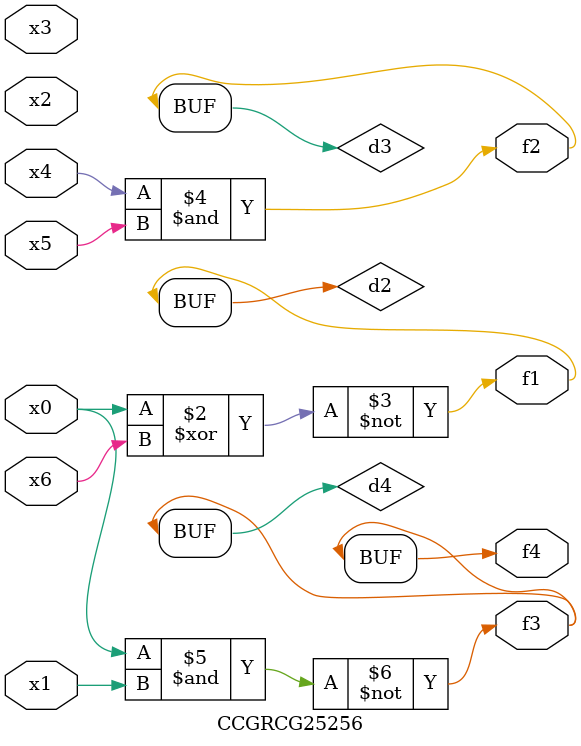
<source format=v>
module CCGRCG25256(
	input x0, x1, x2, x3, x4, x5, x6,
	output f1, f2, f3, f4
);

	wire d1, d2, d3, d4;

	nor (d1, x0);
	xnor (d2, x0, x6);
	and (d3, x4, x5);
	nand (d4, x0, x1);
	assign f1 = d2;
	assign f2 = d3;
	assign f3 = d4;
	assign f4 = d4;
endmodule

</source>
